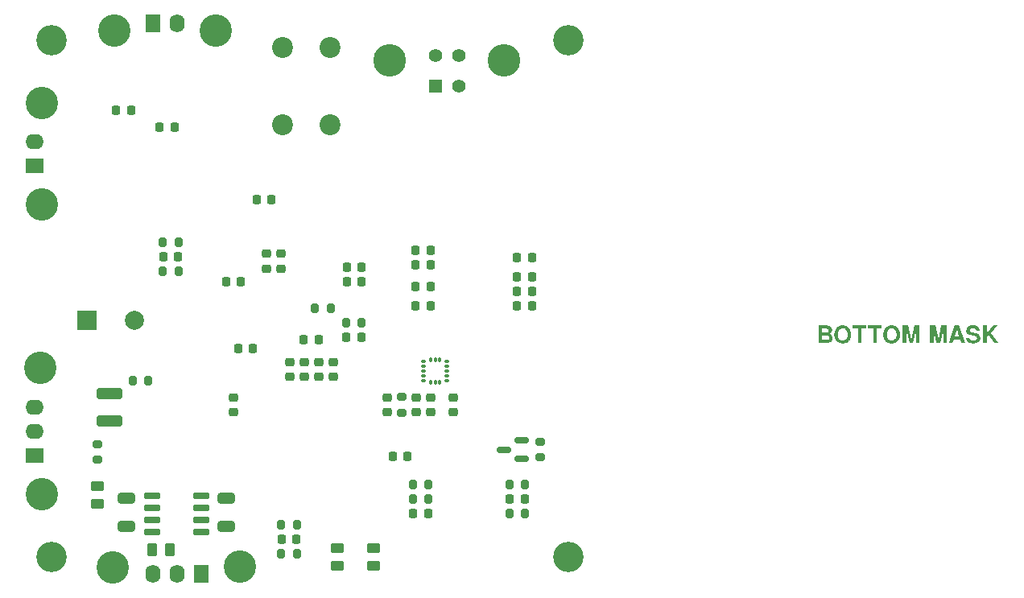
<source format=gbr>
%TF.GenerationSoftware,KiCad,Pcbnew,8.0.5-8.0.5-0~ubuntu22.04.1*%
%TF.CreationDate,2024-09-14T12:25:02-07:00*%
%TF.ProjectId,IMU-2X,494d552d-3258-42e6-9b69-6361645f7063,2*%
%TF.SameCoordinates,Original*%
%TF.FileFunction,Soldermask,Bot*%
%TF.FilePolarity,Negative*%
%FSLAX46Y46*%
G04 Gerber Fmt 4.6, Leading zero omitted, Abs format (unit mm)*
G04 Created by KiCad (PCBNEW 8.0.5-8.0.5-0~ubuntu22.04.1) date 2024-09-14 12:25:02*
%MOMM*%
%LPD*%
G01*
G04 APERTURE LIST*
G04 Aperture macros list*
%AMRoundRect*
0 Rectangle with rounded corners*
0 $1 Rounding radius*
0 $2 $3 $4 $5 $6 $7 $8 $9 X,Y pos of 4 corners*
0 Add a 4 corners polygon primitive as box body*
4,1,4,$2,$3,$4,$5,$6,$7,$8,$9,$2,$3,0*
0 Add four circle primitives for the rounded corners*
1,1,$1+$1,$2,$3*
1,1,$1+$1,$4,$5*
1,1,$1+$1,$6,$7*
1,1,$1+$1,$8,$9*
0 Add four rect primitives between the rounded corners*
20,1,$1+$1,$2,$3,$4,$5,0*
20,1,$1+$1,$4,$5,$6,$7,0*
20,1,$1+$1,$6,$7,$8,$9,0*
20,1,$1+$1,$8,$9,$2,$3,0*%
G04 Aperture macros list end*
%ADD10C,0.300000*%
%ADD11C,3.403600*%
%ADD12R,1.905000X1.600200*%
%ADD13O,1.905000X1.600200*%
%ADD14C,2.200000*%
%ADD15R,1.600200X1.905000*%
%ADD16O,1.600200X1.905000*%
%ADD17C,3.200000*%
%ADD18R,1.400000X1.400000*%
%ADD19C,1.400000*%
%ADD20C,3.429000*%
%ADD21R,2.000000X2.000000*%
%ADD22C,2.000000*%
%ADD23RoundRect,0.225000X-0.250000X0.225000X-0.250000X-0.225000X0.250000X-0.225000X0.250000X0.225000X0*%
%ADD24RoundRect,0.225000X0.225000X0.250000X-0.225000X0.250000X-0.225000X-0.250000X0.225000X-0.250000X0*%
%ADD25RoundRect,0.150000X0.725000X0.150000X-0.725000X0.150000X-0.725000X-0.150000X0.725000X-0.150000X0*%
%ADD26RoundRect,0.250000X0.450000X-0.262500X0.450000X0.262500X-0.450000X0.262500X-0.450000X-0.262500X0*%
%ADD27RoundRect,0.225000X-0.225000X-0.250000X0.225000X-0.250000X0.225000X0.250000X-0.225000X0.250000X0*%
%ADD28RoundRect,0.250000X-0.650000X0.325000X-0.650000X-0.325000X0.650000X-0.325000X0.650000X0.325000X0*%
%ADD29RoundRect,0.200000X0.200000X0.275000X-0.200000X0.275000X-0.200000X-0.275000X0.200000X-0.275000X0*%
%ADD30RoundRect,0.200000X0.275000X-0.200000X0.275000X0.200000X-0.275000X0.200000X-0.275000X-0.200000X0*%
%ADD31RoundRect,0.250000X-0.450000X0.262500X-0.450000X-0.262500X0.450000X-0.262500X0.450000X0.262500X0*%
%ADD32RoundRect,0.200000X-0.200000X-0.275000X0.200000X-0.275000X0.200000X0.275000X-0.200000X0.275000X0*%
%ADD33RoundRect,0.250000X-0.262500X-0.450000X0.262500X-0.450000X0.262500X0.450000X-0.262500X0.450000X0*%
%ADD34RoundRect,0.225000X0.250000X-0.225000X0.250000X0.225000X-0.250000X0.225000X-0.250000X-0.225000X0*%
%ADD35RoundRect,0.200000X-0.275000X0.200000X-0.275000X-0.200000X0.275000X-0.200000X0.275000X0.200000X0*%
%ADD36RoundRect,0.150000X0.587500X0.150000X-0.587500X0.150000X-0.587500X-0.150000X0.587500X-0.150000X0*%
%ADD37RoundRect,0.050000X-0.175000X-0.125000X0.175000X-0.125000X0.175000X0.125000X-0.175000X0.125000X0*%
%ADD38RoundRect,0.050000X-0.125000X-0.175000X0.125000X-0.175000X0.125000X0.175000X-0.125000X0.175000X0*%
%ADD39RoundRect,0.250000X-1.100000X0.325000X-1.100000X-0.325000X1.100000X-0.325000X1.100000X0.325000X0*%
G04 APERTURE END LIST*
D10*
G36*
X214465007Y-105193217D02*
G01*
X214558543Y-105206873D01*
X214643089Y-105230282D01*
X214666699Y-105239207D01*
X214750994Y-105280754D01*
X214822328Y-105334998D01*
X214852130Y-105368184D01*
X214902091Y-105441109D01*
X214940720Y-105521913D01*
X214963926Y-105610208D01*
X214968513Y-105669563D01*
X214958980Y-105760022D01*
X214927394Y-105845897D01*
X214910755Y-105873667D01*
X214851352Y-105943385D01*
X214781046Y-106002154D01*
X214718377Y-106044767D01*
X214805575Y-106102402D01*
X214877994Y-106164299D01*
X214935634Y-106230459D01*
X214985292Y-106315476D01*
X215013669Y-106406631D01*
X215021058Y-106487281D01*
X215013459Y-106576305D01*
X214990660Y-106662724D01*
X214954553Y-106741731D01*
X214906391Y-106814782D01*
X214894253Y-106830350D01*
X214829656Y-106892014D01*
X214750563Y-106939393D01*
X214695795Y-106962800D01*
X214608094Y-106989136D01*
X214520751Y-107004498D01*
X214425439Y-107011960D01*
X214380519Y-107012741D01*
X213560195Y-107012741D01*
X213560195Y-106700071D01*
X213935399Y-106700071D01*
X214383125Y-106700071D01*
X214477430Y-106691811D01*
X214562792Y-106661297D01*
X214627830Y-106598892D01*
X214658181Y-106507120D01*
X214660620Y-106465134D01*
X214647341Y-106372407D01*
X214599647Y-106294321D01*
X214517265Y-106245982D01*
X214416728Y-106228087D01*
X214383125Y-106227157D01*
X213935399Y-106227157D01*
X213935399Y-106700071D01*
X213560195Y-106700071D01*
X213560195Y-105914487D01*
X213935399Y-105914487D01*
X214343173Y-105914487D01*
X214433198Y-105907281D01*
X214524257Y-105875254D01*
X214587120Y-105808598D01*
X214607815Y-105722126D01*
X214608074Y-105709515D01*
X214591517Y-105618699D01*
X214533312Y-105547547D01*
X214446391Y-105511870D01*
X214359470Y-105502140D01*
X214343173Y-105501937D01*
X213935399Y-105501937D01*
X213935399Y-105914487D01*
X213560195Y-105914487D01*
X213560195Y-105189267D01*
X214373137Y-105189267D01*
X214465007Y-105193217D01*
G37*
G36*
X216182721Y-105163469D02*
G01*
X216274371Y-105175968D01*
X216361258Y-105196799D01*
X216443381Y-105225962D01*
X216539337Y-105274134D01*
X216627850Y-105335325D01*
X216693301Y-105393652D01*
X216724241Y-105425941D01*
X216781136Y-105495131D01*
X216830446Y-105569601D01*
X216872169Y-105649349D01*
X216906306Y-105734376D01*
X216932857Y-105824683D01*
X216951822Y-105920269D01*
X216963201Y-106021133D01*
X216966994Y-106127277D01*
X216963263Y-106226438D01*
X216952067Y-106321338D01*
X216933407Y-106411977D01*
X216907283Y-106498355D01*
X216873696Y-106580472D01*
X216832644Y-106658327D01*
X216784129Y-106731921D01*
X216728149Y-106801254D01*
X216665914Y-106864256D01*
X216581020Y-106931196D01*
X216488239Y-106985010D01*
X216387570Y-107025699D01*
X216301355Y-107048800D01*
X216210091Y-107063501D01*
X216113780Y-107069801D01*
X216088913Y-107070063D01*
X215991930Y-107065884D01*
X215899873Y-107053344D01*
X215812742Y-107032445D01*
X215730537Y-107003187D01*
X215634708Y-106954858D01*
X215546577Y-106893467D01*
X215481614Y-106834950D01*
X215450980Y-106802557D01*
X215394695Y-106733292D01*
X215345915Y-106659250D01*
X215304640Y-106580431D01*
X215270869Y-106496835D01*
X215244603Y-106408462D01*
X215225841Y-106315313D01*
X215214584Y-106217386D01*
X215210848Y-106115117D01*
X215586036Y-106115117D01*
X215589397Y-106202178D01*
X215602302Y-106299317D01*
X215624887Y-106388457D01*
X215657152Y-106469596D01*
X215707027Y-106554148D01*
X215723697Y-106576305D01*
X215788226Y-106643989D01*
X215861357Y-106695049D01*
X215943092Y-106729485D01*
X216033429Y-106747297D01*
X216088913Y-106750011D01*
X216183362Y-106741761D01*
X216269499Y-106717012D01*
X216347324Y-106675763D01*
X216416837Y-106618015D01*
X216452826Y-106577608D01*
X216506973Y-106496859D01*
X216547821Y-106405845D01*
X216572249Y-106319662D01*
X216586905Y-106225938D01*
X216591791Y-106124671D01*
X216588461Y-106035452D01*
X216575678Y-105936114D01*
X216553306Y-105845204D01*
X216521347Y-105762721D01*
X216471944Y-105677142D01*
X216455432Y-105654798D01*
X216391286Y-105586437D01*
X216318164Y-105534866D01*
X216236064Y-105500086D01*
X216144987Y-105482096D01*
X216088913Y-105479355D01*
X215993660Y-105487688D01*
X215907009Y-105512687D01*
X215828962Y-105554351D01*
X215759517Y-105612681D01*
X215723697Y-105653495D01*
X215670058Y-105734956D01*
X215629593Y-105827348D01*
X215605394Y-105915241D01*
X215590875Y-106011164D01*
X215586036Y-106115117D01*
X215210848Y-106115117D01*
X215210832Y-106114683D01*
X215214604Y-106011980D01*
X215225922Y-105914053D01*
X215244786Y-105820904D01*
X215271194Y-105732531D01*
X215305148Y-105648935D01*
X215346648Y-105570116D01*
X215395692Y-105496074D01*
X215452282Y-105426809D01*
X215515006Y-105364112D01*
X215600053Y-105297497D01*
X215692478Y-105243943D01*
X215792282Y-105203452D01*
X215877439Y-105180463D01*
X215967318Y-105165834D01*
X216061919Y-105159564D01*
X216086308Y-105159303D01*
X216182721Y-105163469D01*
G37*
G36*
X218059602Y-105501937D02*
G01*
X218059602Y-107012741D01*
X217684398Y-107012741D01*
X217684398Y-105501937D01*
X217131580Y-105501937D01*
X217131580Y-105189267D01*
X218592444Y-105189267D01*
X218592444Y-105501937D01*
X218059602Y-105501937D01*
G37*
G36*
X219661167Y-105501937D02*
G01*
X219661167Y-107012741D01*
X219285963Y-107012741D01*
X219285963Y-105501937D01*
X218733145Y-105501937D01*
X218733145Y-105189267D01*
X220194009Y-105189267D01*
X220194009Y-105501937D01*
X219661167Y-105501937D01*
G37*
G36*
X221331352Y-105163469D02*
G01*
X221423002Y-105175968D01*
X221509889Y-105196799D01*
X221592012Y-105225962D01*
X221687968Y-105274134D01*
X221776481Y-105335325D01*
X221841933Y-105393652D01*
X221872872Y-105425941D01*
X221929768Y-105495131D01*
X221979077Y-105569601D01*
X222020800Y-105649349D01*
X222054938Y-105734376D01*
X222081489Y-105824683D01*
X222100454Y-105920269D01*
X222111833Y-106021133D01*
X222115626Y-106127277D01*
X222111894Y-106226438D01*
X222100698Y-106321338D01*
X222082038Y-106411977D01*
X222055915Y-106498355D01*
X222022327Y-106580472D01*
X221981276Y-106658327D01*
X221932760Y-106731921D01*
X221876781Y-106801254D01*
X221814545Y-106864256D01*
X221729652Y-106931196D01*
X221636870Y-106985010D01*
X221536201Y-107025699D01*
X221449986Y-107048800D01*
X221358723Y-107063501D01*
X221262411Y-107069801D01*
X221237545Y-107070063D01*
X221140561Y-107065884D01*
X221048504Y-107053344D01*
X220961373Y-107032445D01*
X220879168Y-107003187D01*
X220783340Y-106954858D01*
X220695208Y-106893467D01*
X220630245Y-106834950D01*
X220599611Y-106802557D01*
X220543326Y-106733292D01*
X220494546Y-106659250D01*
X220453271Y-106580431D01*
X220419500Y-106496835D01*
X220393234Y-106408462D01*
X220374472Y-106315313D01*
X220363215Y-106217386D01*
X220359479Y-106115117D01*
X220734667Y-106115117D01*
X220738028Y-106202178D01*
X220750934Y-106299317D01*
X220773519Y-106388457D01*
X220805783Y-106469596D01*
X220855659Y-106554148D01*
X220872329Y-106576305D01*
X220936857Y-106643989D01*
X221009989Y-106695049D01*
X221091723Y-106729485D01*
X221182061Y-106747297D01*
X221237545Y-106750011D01*
X221331993Y-106741761D01*
X221418130Y-106717012D01*
X221495955Y-106675763D01*
X221565468Y-106618015D01*
X221601458Y-106577608D01*
X221655605Y-106496859D01*
X221696453Y-106405845D01*
X221720880Y-106319662D01*
X221735537Y-106225938D01*
X221740422Y-106124671D01*
X221737093Y-106035452D01*
X221724309Y-105936114D01*
X221701938Y-105845204D01*
X221669979Y-105762721D01*
X221620575Y-105677142D01*
X221604063Y-105654798D01*
X221539918Y-105586437D01*
X221466795Y-105534866D01*
X221384695Y-105500086D01*
X221293619Y-105482096D01*
X221237545Y-105479355D01*
X221142291Y-105487688D01*
X221055641Y-105512687D01*
X220977593Y-105554351D01*
X220908149Y-105612681D01*
X220872329Y-105653495D01*
X220818689Y-105734956D01*
X220778224Y-105827348D01*
X220754026Y-105915241D01*
X220739507Y-106011164D01*
X220734667Y-106115117D01*
X220359479Y-106115117D01*
X220359463Y-106114683D01*
X220363236Y-106011980D01*
X220374554Y-105914053D01*
X220393417Y-105820904D01*
X220419826Y-105732531D01*
X220453780Y-105648935D01*
X220495279Y-105570116D01*
X220544324Y-105496074D01*
X220600914Y-105426809D01*
X220663638Y-105364112D01*
X220748684Y-105297497D01*
X220841109Y-105243943D01*
X220940914Y-105203452D01*
X221026070Y-105180463D01*
X221115949Y-105165834D01*
X221210551Y-105159564D01*
X221234939Y-105159303D01*
X221331352Y-105163469D01*
G37*
G36*
X222780484Y-105591829D02*
G01*
X222780484Y-107012741D01*
X222405280Y-107012741D01*
X222405280Y-105189267D01*
X222965480Y-105189267D01*
X223295521Y-106640142D01*
X223616007Y-105189267D01*
X224180984Y-105189267D01*
X224180984Y-107012741D01*
X223805781Y-107012741D01*
X223805781Y-105591829D01*
X223483123Y-107012741D01*
X223107919Y-107012741D01*
X222780484Y-105591829D01*
G37*
G36*
X225636202Y-105591829D02*
G01*
X225636202Y-107012741D01*
X225260998Y-107012741D01*
X225260998Y-105189267D01*
X225821199Y-105189267D01*
X226151239Y-106640142D01*
X226471726Y-105189267D01*
X227036703Y-105189267D01*
X227036703Y-107012741D01*
X226661499Y-107012741D01*
X226661499Y-105591829D01*
X226338841Y-107012741D01*
X225963637Y-107012741D01*
X225636202Y-105591829D01*
G37*
G36*
X228943555Y-107012741D02*
G01*
X228558363Y-107012741D01*
X228438507Y-106644919D01*
X227755410Y-106644919D01*
X227632947Y-107012741D01*
X227250361Y-107012741D01*
X227491993Y-106332249D01*
X227860501Y-106332249D01*
X228335586Y-106332249D01*
X228098044Y-105619622D01*
X227860501Y-106332249D01*
X227491993Y-106332249D01*
X227897848Y-105189267D01*
X228313439Y-105189267D01*
X228943555Y-107012741D01*
G37*
G36*
X230496917Y-105744690D02*
G01*
X230146900Y-105744690D01*
X230127363Y-105647729D01*
X230083735Y-105570829D01*
X230016016Y-105513989D01*
X229924204Y-105477211D01*
X229829292Y-105461887D01*
X229764314Y-105459379D01*
X229671677Y-105466614D01*
X229586772Y-105491011D01*
X229534154Y-105520610D01*
X229473060Y-105587079D01*
X229449371Y-105671678D01*
X229449038Y-105684328D01*
X229467169Y-105771723D01*
X229521560Y-105833280D01*
X229601556Y-105871436D01*
X229691767Y-105898934D01*
X229781891Y-105919772D01*
X229794278Y-105922304D01*
X230079155Y-105977021D01*
X230169094Y-105998324D01*
X230261788Y-106029275D01*
X230341308Y-106066792D01*
X230416056Y-106117709D01*
X230446977Y-106146384D01*
X230502606Y-106220697D01*
X230540029Y-106310261D01*
X230558011Y-106402678D01*
X230562056Y-106479899D01*
X230555110Y-106579700D01*
X230534270Y-106670982D01*
X230499538Y-106753745D01*
X230450912Y-106827988D01*
X230388393Y-106893713D01*
X230364466Y-106913728D01*
X230284920Y-106966858D01*
X230194473Y-107008995D01*
X230110773Y-107035712D01*
X230019503Y-107054796D01*
X229920664Y-107066247D01*
X229814254Y-107070063D01*
X229708680Y-107066278D01*
X229610719Y-107054923D01*
X229520369Y-107035999D01*
X229437632Y-107009504D01*
X229348396Y-106967718D01*
X229270122Y-106915031D01*
X229203674Y-106852054D01*
X229149593Y-106779398D01*
X229107878Y-106697063D01*
X229078530Y-106605048D01*
X229061548Y-106503354D01*
X229058635Y-106467305D01*
X229423851Y-106467305D01*
X229439381Y-106552758D01*
X229477918Y-106630985D01*
X229538931Y-106692688D01*
X229621239Y-106736697D01*
X229713520Y-106760853D01*
X229810787Y-106769685D01*
X229834230Y-106769987D01*
X229924318Y-106764869D01*
X230011119Y-106747176D01*
X230096809Y-106709263D01*
X230103040Y-106705282D01*
X230167146Y-106644114D01*
X230199634Y-106559805D01*
X230202052Y-106525062D01*
X230187173Y-106438189D01*
X230133732Y-106362519D01*
X230124319Y-106354831D01*
X230043309Y-106310224D01*
X229956219Y-106281471D01*
X229871035Y-106261950D01*
X229859418Y-106259727D01*
X229604071Y-106209787D01*
X229505628Y-106187975D01*
X229418423Y-106161950D01*
X229330885Y-106126261D01*
X229249569Y-106078452D01*
X229208890Y-106044767D01*
X229152002Y-105973565D01*
X229113731Y-105886493D01*
X229095342Y-105795772D01*
X229091205Y-105719503D01*
X229097571Y-105623448D01*
X229116671Y-105535911D01*
X229155046Y-105444552D01*
X229210751Y-105364789D01*
X229272293Y-105305650D01*
X229345509Y-105255914D01*
X229429015Y-105216469D01*
X229522811Y-105187314D01*
X229608834Y-105170879D01*
X229702004Y-105161589D01*
X229781684Y-105159303D01*
X229869413Y-105162070D01*
X229959835Y-105171122D01*
X229965378Y-105171896D01*
X230051224Y-105189212D01*
X230135651Y-105216048D01*
X230154283Y-105223139D01*
X230236739Y-105261280D01*
X230313278Y-105311738D01*
X230327120Y-105323020D01*
X230389861Y-105390920D01*
X230435747Y-105466748D01*
X230448279Y-105493252D01*
X230477918Y-105579500D01*
X230493070Y-105667038D01*
X230496917Y-105744690D01*
G37*
G36*
X231227783Y-106402600D02*
G01*
X231227783Y-107012741D01*
X230852579Y-107012741D01*
X230852579Y-105189267D01*
X231227783Y-105189267D01*
X231227783Y-105989615D01*
X231940410Y-105189267D01*
X232383359Y-105189267D01*
X231655533Y-105974850D01*
X232460658Y-107012741D01*
X232012932Y-107012741D01*
X231415385Y-106207181D01*
X231227783Y-106402600D01*
G37*
D11*
%TO.C,J5*%
X131726000Y-109608000D03*
X131826000Y-122936000D03*
D12*
X131064000Y-118872000D03*
D13*
X131064000Y-116332000D03*
X131064000Y-113792000D03*
%TD*%
D14*
%TO.C,J2*%
X162178500Y-75910500D03*
X157178500Y-75910500D03*
X162178500Y-84110500D03*
X157178500Y-84110500D03*
%TD*%
D11*
%TO.C,J7*%
X139326000Y-130656000D03*
X152654000Y-130556000D03*
D15*
X148590000Y-131318000D03*
D16*
X146050000Y-131318000D03*
X143510000Y-131318000D03*
%TD*%
D17*
%TO.C,H2*%
X187198000Y-75184000D03*
%TD*%
%TO.C,H1*%
X132842000Y-75184000D03*
%TD*%
D11*
%TO.C,J1*%
X139446000Y-74168000D03*
X150114000Y-74168000D03*
D15*
X143510000Y-73406000D03*
D16*
X146050000Y-73406000D03*
%TD*%
D18*
%TO.C,J3*%
X173228000Y-80010000D03*
D19*
X175728000Y-80010000D03*
X175728000Y-76810000D03*
X173228000Y-76810000D03*
D20*
X180498000Y-77300000D03*
X168458000Y-77300000D03*
%TD*%
D11*
%TO.C,J4*%
X131826000Y-92456000D03*
X131826000Y-81788000D03*
D12*
X131064000Y-88392000D03*
D13*
X131064000Y-85852000D03*
%TD*%
D21*
%TO.C,C5*%
X136570323Y-104648000D03*
D22*
X141570323Y-104648000D03*
%TD*%
D17*
%TO.C,H3*%
X132842000Y-129540000D03*
%TD*%
D23*
%TO.C,C32*%
X157937200Y-109029200D03*
X157937200Y-110579200D03*
%TD*%
D24*
%TO.C,C10*%
X145809000Y-84328000D03*
X144259000Y-84328000D03*
%TD*%
%TO.C,C23*%
X183401000Y-101600000D03*
X181851000Y-101600000D03*
%TD*%
D25*
%TO.C,U13*%
X148625000Y-123063000D03*
X148625000Y-124333000D03*
X148625000Y-125603000D03*
X148625000Y-126873000D03*
X143475000Y-126873000D03*
X143475000Y-125603000D03*
X143475000Y-124333000D03*
X143475000Y-123063000D03*
%TD*%
D26*
%TO.C,R25*%
X166725600Y-130452500D03*
X166725600Y-128627500D03*
%TD*%
D24*
%TO.C,C24*%
X183401000Y-103124000D03*
X181851000Y-103124000D03*
%TD*%
%TO.C,C27*%
X160947400Y-106680000D03*
X159397400Y-106680000D03*
%TD*%
%TO.C,C21*%
X152794000Y-100584000D03*
X151244000Y-100584000D03*
%TD*%
D27*
%TO.C,C17*%
X171183000Y-98806000D03*
X172733000Y-98806000D03*
%TD*%
%TO.C,C18*%
X163918600Y-99085400D03*
X165468600Y-99085400D03*
%TD*%
D28*
%TO.C,C41*%
X151257000Y-123366000D03*
X151257000Y-126316000D03*
%TD*%
D29*
%TO.C,R12*%
X165493200Y-104902000D03*
X163843200Y-104902000D03*
%TD*%
D30*
%TO.C,R16*%
X137668000Y-119316000D03*
X137668000Y-117666000D03*
%TD*%
D17*
%TO.C,H4*%
X187198000Y-129540000D03*
%TD*%
D29*
%TO.C,R18*%
X172529000Y-121920000D03*
X170879000Y-121920000D03*
%TD*%
D23*
%TO.C,C37*%
X151990000Y-112745000D03*
X151990000Y-114295000D03*
%TD*%
D27*
%TO.C,C9*%
X139687000Y-82550000D03*
X141237000Y-82550000D03*
%TD*%
D26*
%TO.C,R26*%
X162915600Y-130452500D03*
X162915600Y-128627500D03*
%TD*%
D31*
%TO.C,R19*%
X137668000Y-122125100D03*
X137668000Y-123950100D03*
%TD*%
D27*
%TO.C,C12*%
X171183000Y-97282000D03*
X172733000Y-97282000D03*
%TD*%
D24*
%TO.C,C40*%
X182639000Y-123444000D03*
X181089000Y-123444000D03*
%TD*%
D27*
%TO.C,C13*%
X144640000Y-97917000D03*
X146190000Y-97917000D03*
%TD*%
D23*
%TO.C,C34*%
X172720000Y-112763000D03*
X172720000Y-114313000D03*
%TD*%
D32*
%TO.C,R9*%
X144590000Y-96393000D03*
X146240000Y-96393000D03*
%TD*%
D33*
%TO.C,R23*%
X143486500Y-128778000D03*
X145311500Y-128778000D03*
%TD*%
D34*
%TO.C,C16*%
X155498800Y-99200000D03*
X155498800Y-97650000D03*
%TD*%
D29*
%TO.C,R13*%
X143065000Y-110998000D03*
X141415000Y-110998000D03*
%TD*%
D23*
%TO.C,C35*%
X171196000Y-112763000D03*
X171196000Y-114313000D03*
%TD*%
D28*
%TO.C,C42*%
X140716000Y-123366000D03*
X140716000Y-126316000D03*
%TD*%
D30*
%TO.C,R15*%
X184277000Y-119062000D03*
X184277000Y-117412000D03*
%TD*%
D32*
%TO.C,R24*%
X157036000Y-129159000D03*
X158686000Y-129159000D03*
%TD*%
D35*
%TO.C,R14*%
X169672000Y-112713000D03*
X169672000Y-114363000D03*
%TD*%
D23*
%TO.C,C33*%
X175133000Y-112763000D03*
X175133000Y-114313000D03*
%TD*%
D36*
%TO.C,Q1*%
X182293500Y-117287000D03*
X182293500Y-119187000D03*
X180418500Y-118237000D03*
%TD*%
D23*
%TO.C,C29*%
X162509200Y-109029200D03*
X162509200Y-110579200D03*
%TD*%
D24*
%TO.C,C44*%
X158636000Y-127635000D03*
X157086000Y-127635000D03*
%TD*%
%TO.C,C26*%
X165443200Y-106426000D03*
X163893200Y-106426000D03*
%TD*%
%TO.C,C28*%
X154038600Y-107619800D03*
X152488600Y-107619800D03*
%TD*%
%TO.C,C19*%
X183401000Y-100076000D03*
X181851000Y-100076000D03*
%TD*%
D27*
%TO.C,C39*%
X168785000Y-118940000D03*
X170335000Y-118940000D03*
%TD*%
D29*
%TO.C,R20*%
X172529000Y-123444000D03*
X170879000Y-123444000D03*
%TD*%
D32*
%TO.C,R21*%
X181039000Y-124968000D03*
X182689000Y-124968000D03*
%TD*%
D29*
%TO.C,R22*%
X158686000Y-126111000D03*
X157036000Y-126111000D03*
%TD*%
D37*
%TO.C,U12*%
X172003000Y-110982000D03*
X172003000Y-110482000D03*
X172003000Y-109982000D03*
X172003000Y-109482000D03*
X172003000Y-108982000D03*
D38*
X172728000Y-108757000D03*
X173228000Y-108757000D03*
X173728000Y-108757000D03*
D37*
X174453000Y-108982000D03*
X174453000Y-109482000D03*
X174453000Y-109982000D03*
X174453000Y-110482000D03*
X174453000Y-110982000D03*
D38*
X173728000Y-111207000D03*
X173228000Y-111207000D03*
X172728000Y-111207000D03*
%TD*%
D27*
%TO.C,C11*%
X154469800Y-91948000D03*
X156019800Y-91948000D03*
%TD*%
D34*
%TO.C,C15*%
X156972000Y-99200000D03*
X156972000Y-97650000D03*
%TD*%
D23*
%TO.C,C36*%
X168148000Y-112763000D03*
X168148000Y-114313000D03*
%TD*%
D24*
%TO.C,C43*%
X172479000Y-124968000D03*
X170929000Y-124968000D03*
%TD*%
D39*
%TO.C,C38*%
X138938000Y-112317000D03*
X138938000Y-115267000D03*
%TD*%
D27*
%TO.C,C25*%
X171183000Y-103124000D03*
X172733000Y-103124000D03*
%TD*%
D29*
%TO.C,R10*%
X146240000Y-99441000D03*
X144590000Y-99441000D03*
%TD*%
D32*
%TO.C,R11*%
X160592000Y-103378000D03*
X162242000Y-103378000D03*
%TD*%
D23*
%TO.C,C30*%
X160985200Y-109029200D03*
X160985200Y-110579200D03*
%TD*%
D27*
%TO.C,C22*%
X171170000Y-101092000D03*
X172720000Y-101092000D03*
%TD*%
D32*
%TO.C,R17*%
X181039000Y-121920000D03*
X182689000Y-121920000D03*
%TD*%
D23*
%TO.C,C31*%
X159461200Y-109029200D03*
X159461200Y-110579200D03*
%TD*%
D24*
%TO.C,C14*%
X183401000Y-98044000D03*
X181851000Y-98044000D03*
%TD*%
D27*
%TO.C,C20*%
X163918600Y-100609400D03*
X165468600Y-100609400D03*
%TD*%
M02*

</source>
